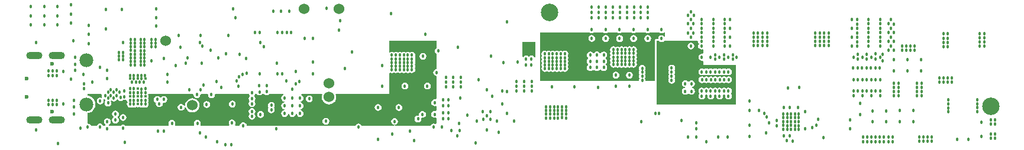
<source format=gbr>
%TF.GenerationSoftware,Altium Limited,Altium Designer,19.0.15 (446)*%
G04 Layer_Physical_Order=3*
G04 Layer_Color=16440176*
%FSLAX45Y45*%
%MOMM*%
%TF.FileFunction,Copper,L3,Inr,Signal*%
%TF.Part,Single*%
G01*
G75*
%TA.AperFunction,ComponentPad*%
%ADD91C,0.40000*%
G04:AMPARAMS|DCode=92|XSize=1mm|YSize=2.3mm|CornerRadius=0.5mm|HoleSize=0mm|Usage=FLASHONLY|Rotation=270.000|XOffset=0mm|YOffset=0mm|HoleType=Round|Shape=RoundedRectangle|*
%AMROUNDEDRECTD92*
21,1,1.00000,1.30000,0,0,270.0*
21,1,0.00000,2.30000,0,0,270.0*
1,1,1.00000,-0.65000,0.00000*
1,1,1.00000,-0.65000,0.00000*
1,1,1.00000,0.65000,0.00000*
1,1,1.00000,0.65000,0.00000*
%
%ADD92ROUNDEDRECTD92*%
%ADD93C,1.52400*%
%ADD94C,0.45720*%
%TA.AperFunction,ViaPad*%
%ADD95C,2.50000*%
%ADD96C,1.52400*%
%ADD97C,1.98000*%
%ADD98C,0.60000*%
%ADD99C,0.45720*%
G36*
X7062668Y2606014D02*
Y2501101D01*
X7053506Y2494979D01*
X7042840Y2479016D01*
X7039094Y2460186D01*
X7042840Y2441356D01*
X7053506Y2425392D01*
X7062668Y2419271D01*
X7062668Y2200352D01*
X7044885Y2196815D01*
X7028921Y2186148D01*
X7018255Y2170185D01*
X7014509Y2151355D01*
X7018255Y2132525D01*
X7028921Y2116561D01*
X7044885Y2105895D01*
X7062668Y2102357D01*
Y1775429D01*
X7049968Y1766735D01*
X7037677Y1769180D01*
X7018847Y1765434D01*
X7002883Y1754768D01*
X6992217Y1738804D01*
X6988471Y1719974D01*
X6992217Y1701144D01*
X7002883Y1685181D01*
X7018847Y1674515D01*
X7037677Y1670769D01*
X7049968Y1673214D01*
X7062668Y1664520D01*
Y1608249D01*
X7049968Y1599555D01*
X7037677Y1602000D01*
X7018847Y1598254D01*
X7002883Y1587588D01*
X6992217Y1571624D01*
X6988471Y1552794D01*
X6992217Y1533964D01*
X7002883Y1518001D01*
X7018847Y1507335D01*
X7037677Y1503589D01*
X7049968Y1506034D01*
X7062668Y1497340D01*
Y1418435D01*
X7049968Y1411647D01*
X7041905Y1417035D01*
X7023075Y1420780D01*
X7004245Y1417035D01*
X6988281Y1406368D01*
X6977615Y1390405D01*
X6977406Y1389354D01*
X6469978D01*
X6468727Y1402054D01*
X6471328Y1402572D01*
X6482805Y1404855D01*
X6498769Y1415521D01*
X6509435Y1431485D01*
X6513181Y1450315D01*
X6509435Y1469145D01*
X6498769Y1485108D01*
X6482805Y1495775D01*
X6463975Y1499520D01*
X6445145Y1495775D01*
X6429182Y1485108D01*
X6418515Y1469145D01*
X6414770Y1450315D01*
X6418515Y1431485D01*
X6429182Y1415521D01*
X6445145Y1404855D01*
X6456623Y1402572D01*
X6459223Y1402054D01*
X6457972Y1389354D01*
X5992866D01*
X5983449Y1403449D01*
X5967485Y1414115D01*
X5948655Y1417861D01*
X5929825Y1414115D01*
X5913862Y1403449D01*
X5904444Y1389354D01*
X4774551D01*
X4767755Y1390706D01*
X4760960Y1389354D01*
X4348091Y1389355D01*
X4346860Y1390855D01*
X4343115Y1409685D01*
X4332448Y1425648D01*
X4316485Y1436315D01*
X4297655Y1440060D01*
X4278825Y1436315D01*
X4262861Y1425648D01*
X4252195Y1409685D01*
X4248449Y1390855D01*
X4247218Y1389355D01*
X4183796D01*
X4177007Y1402055D01*
X4183095Y1411165D01*
X4186840Y1429995D01*
X4183095Y1448825D01*
X4172428Y1464788D01*
X4156465Y1475455D01*
X4137635Y1479200D01*
X4118805Y1475455D01*
X4102841Y1464788D01*
X4092175Y1448825D01*
X4088429Y1429995D01*
X4092175Y1411165D01*
X4098262Y1402055D01*
X4091473Y1389355D01*
X3689350D01*
X3682562Y1402055D01*
X3685255Y1406085D01*
X3689000Y1424915D01*
X3685255Y1443745D01*
X3674588Y1459708D01*
X3658625Y1470375D01*
X3639795Y1474120D01*
X3620965Y1470375D01*
X3605001Y1459708D01*
X3594335Y1443745D01*
X3590589Y1424915D01*
X3594335Y1406085D01*
X3597027Y1402055D01*
X3590239Y1389355D01*
X3325210D01*
X3318422Y1402055D01*
X3321115Y1406085D01*
X3324860Y1424915D01*
X3321115Y1443745D01*
X3310448Y1459708D01*
X3294485Y1470375D01*
X3275655Y1474120D01*
X3256825Y1470375D01*
X3240861Y1459708D01*
X3230195Y1443745D01*
X3226449Y1424915D01*
X3230195Y1406085D01*
X3232887Y1402055D01*
X3226099Y1389355D01*
X2612114D01*
X2610328Y1392028D01*
X2594365Y1402695D01*
X2575535Y1406440D01*
X2556705Y1402695D01*
X2540741Y1392028D01*
X2538955Y1389355D01*
X2378218D01*
X2375198Y1391373D01*
X2375075Y1391689D01*
X2374992Y1404929D01*
X2375198Y1405484D01*
X2386808Y1413242D01*
X2397475Y1429205D01*
X2401220Y1448035D01*
X2397475Y1466865D01*
X2386808Y1482829D01*
X2370845Y1493495D01*
X2352015Y1497241D01*
X2333185Y1493495D01*
X2317221Y1482829D01*
X2306555Y1466865D01*
X2302809Y1448035D01*
X2306555Y1429205D01*
X2317221Y1413242D01*
X2321509Y1410377D01*
X2322866Y1394632D01*
X2317503Y1389355D01*
X2293281D01*
X2292635Y1392605D01*
X2281968Y1408568D01*
X2266005Y1419235D01*
X2247175Y1422980D01*
X2228345Y1419235D01*
X2212381Y1408568D01*
X2201715Y1392605D01*
X2201068Y1389355D01*
X2117079D01*
X2107408Y1403828D01*
X2091445Y1414495D01*
X2072615Y1418240D01*
X2068721Y1421436D01*
Y1571311D01*
X2087449Y1573776D01*
X2117711Y1586311D01*
X2143698Y1606251D01*
X2163638Y1632238D01*
X2176173Y1662500D01*
X2180448Y1694975D01*
X2176173Y1727449D01*
X2163638Y1757711D01*
X2143698Y1783698D01*
X2117711Y1803638D01*
X2087449Y1816173D01*
X2068721Y1818638D01*
Y1842475D01*
X2261827D01*
X2272244Y1829774D01*
X2270529Y1821155D01*
X2274275Y1802325D01*
X2276021Y1799712D01*
X2270824Y1792184D01*
X2267566Y1789505D01*
X2249975Y1793004D01*
X2231145Y1789259D01*
X2215181Y1778592D01*
X2204515Y1762629D01*
X2200769Y1743799D01*
X2204515Y1724969D01*
X2215181Y1709005D01*
X2231145Y1698339D01*
X2249975Y1694594D01*
X2268805Y1698339D01*
X2284768Y1709005D01*
X2295435Y1724969D01*
X2299180Y1743799D01*
X2295435Y1762629D01*
X2293689Y1765242D01*
X2298885Y1772769D01*
X2302143Y1775448D01*
X2315676Y1772756D01*
X2316363Y1769305D01*
X2327029Y1753341D01*
Y1750440D01*
X2316363Y1734477D01*
X2312617Y1715647D01*
X2316363Y1696817D01*
X2327029Y1680854D01*
X2342993Y1670187D01*
X2361823Y1666442D01*
X2380653Y1670187D01*
X2396616Y1680854D01*
X2407283Y1696817D01*
X2411028Y1715647D01*
X2407283Y1734477D01*
X2399940Y1745466D01*
X2409274Y1753341D01*
X2425237Y1742675D01*
X2444067Y1738929D01*
X2462897Y1742675D01*
X2478860Y1753341D01*
X2485962Y1763970D01*
X2500517Y1764895D01*
X2500655Y1764840D01*
X2505392Y1757751D01*
X2521355Y1747084D01*
X2540185Y1743339D01*
X2559015Y1747084D01*
X2574979Y1757751D01*
X2577277Y1761190D01*
X2579125Y1759955D01*
X2597955Y1756209D01*
X2616785Y1759955D01*
X2619829Y1761989D01*
X2631259Y1754351D01*
X2631249Y1754305D01*
X2634995Y1735475D01*
X2640658Y1727000D01*
X2634995Y1718525D01*
X2631249Y1699695D01*
X2634995Y1680865D01*
X2645661Y1664901D01*
X2661625Y1654235D01*
X2680455Y1650489D01*
X2699285Y1654235D01*
X2706390Y1658983D01*
X2714185Y1653775D01*
X2733015Y1650029D01*
X2751845Y1653775D01*
X2762070Y1660608D01*
X2770240Y1655149D01*
X2787955Y1651625D01*
X2805669Y1655149D01*
X2812775Y1659897D01*
X2823405Y1652795D01*
X2842235Y1649049D01*
X2861065Y1652795D01*
X2869922Y1658713D01*
X2876624Y1654235D01*
X2895454Y1650489D01*
X2914284Y1654235D01*
X2930248Y1664901D01*
X2940914Y1680865D01*
X2944660Y1699695D01*
X2940914Y1718525D01*
X2935251Y1727000D01*
X2940914Y1735475D01*
X2944660Y1754305D01*
X2940914Y1773135D01*
X2933532Y1784183D01*
X2938220Y1791200D01*
X2941744Y1808915D01*
X2938220Y1826629D01*
X2934851Y1831672D01*
X2941438Y1842475D01*
X3578681D01*
X3585509Y1834154D01*
X3589255Y1815324D01*
X3599921Y1799361D01*
X3615885Y1788694D01*
X3634715Y1784949D01*
X3653545Y1788694D01*
X3669508Y1799361D01*
X3680175Y1815324D01*
X3683920Y1834154D01*
X3690749Y1842475D01*
X3786485D01*
X3793313Y1834154D01*
X3797059Y1815324D01*
X3807725Y1799361D01*
X3823689Y1788694D01*
X3842519Y1784949D01*
X3861349Y1788694D01*
X3877312Y1799361D01*
X3887979Y1815324D01*
X3891724Y1834154D01*
X3898553Y1842475D01*
X4376607D01*
X4377015Y1840425D01*
X4387089Y1825347D01*
X4388648Y1821545D01*
Y1813072D01*
X4386951Y1809675D01*
X4376655Y1794265D01*
X4372909Y1775435D01*
X4376655Y1756605D01*
X4381149Y1749878D01*
X4387018Y1740076D01*
X4381287Y1729399D01*
X4377015Y1723005D01*
X4373269Y1704175D01*
X4377015Y1685345D01*
X4387681Y1669381D01*
X4403645Y1658715D01*
X4413639Y1656727D01*
X4419057Y1655649D01*
Y1642701D01*
X4413639Y1641623D01*
X4403645Y1639635D01*
X4387681Y1628968D01*
X4377015Y1613005D01*
X4373269Y1594175D01*
X4377015Y1575345D01*
X4387319Y1559923D01*
X4376655Y1543963D01*
X4372909Y1525133D01*
X4376655Y1506303D01*
X4387321Y1490339D01*
X4403285Y1479673D01*
X4422115Y1475927D01*
X4440945Y1479673D01*
X4456908Y1490339D01*
X4467575Y1506303D01*
X4471320Y1525133D01*
X4467575Y1543963D01*
X4457270Y1559384D01*
X4467935Y1575345D01*
X4471680Y1594175D01*
X4467935Y1613005D01*
X4457268Y1628968D01*
X4441305Y1639635D01*
X4431311Y1641622D01*
X4425893Y1642701D01*
Y1655649D01*
X4431311Y1656727D01*
X4441305Y1658715D01*
X4457268Y1669381D01*
X4467935Y1685345D01*
X4471680Y1704175D01*
X4467935Y1723005D01*
X4463440Y1729731D01*
X4457572Y1739533D01*
X4463302Y1750211D01*
X4467575Y1756605D01*
X4471320Y1775435D01*
X4467575Y1794265D01*
X4457500Y1809342D01*
X4455941Y1813144D01*
Y1821617D01*
X4457638Y1825015D01*
X4467935Y1840425D01*
X4468342Y1842475D01*
X4493664D01*
X4495402Y1839874D01*
X4511366Y1829207D01*
X4530196Y1825462D01*
X4549026Y1829207D01*
X4564989Y1839874D01*
X4566727Y1842475D01*
X4596060D01*
X4597566Y1840221D01*
X4613529Y1829554D01*
X4632359Y1825809D01*
X4651189Y1829554D01*
X4667152Y1840221D01*
X4668658Y1842475D01*
X4871660D01*
X4872910Y1829775D01*
X4872105Y1829614D01*
X4856141Y1818948D01*
X4845475Y1802984D01*
X4841729Y1784154D01*
X4845475Y1765324D01*
X4856141Y1749361D01*
X4872105Y1738695D01*
X4887517Y1735629D01*
Y1722680D01*
X4872105Y1719614D01*
X4856141Y1708948D01*
X4845475Y1692984D01*
X4841729Y1674154D01*
X4845475Y1655324D01*
X4856141Y1639361D01*
X4872105Y1628694D01*
X4887517Y1625629D01*
Y1612680D01*
X4872105Y1609614D01*
X4856141Y1598948D01*
X4845475Y1582984D01*
X4841729Y1564154D01*
X4845475Y1545324D01*
X4856141Y1529361D01*
X4872105Y1518694D01*
X4890935Y1514949D01*
X4909765Y1518694D01*
X4925728Y1529361D01*
X4936395Y1545324D01*
X4939461Y1560737D01*
X4952409D01*
X4955475Y1545324D01*
X4966141Y1529361D01*
X4982105Y1518694D01*
X5000935Y1514949D01*
X5019765Y1518694D01*
X5035728Y1529361D01*
X5046395Y1545324D01*
X5049461Y1560737D01*
X5062409D01*
X5065475Y1545324D01*
X5076141Y1529361D01*
X5092105Y1518694D01*
X5110935Y1514949D01*
X5129765Y1518694D01*
X5145728Y1529361D01*
X5156395Y1545324D01*
X5160140Y1564154D01*
X5156395Y1582984D01*
X5145728Y1598948D01*
X5129765Y1609614D01*
X5114352Y1612680D01*
Y1625629D01*
X5129765Y1628694D01*
X5145728Y1639361D01*
X5156395Y1655324D01*
X5160140Y1674154D01*
X5156395Y1692984D01*
X5145728Y1708948D01*
X5129765Y1719614D01*
X5114352Y1722680D01*
Y1735629D01*
X5129765Y1738695D01*
X5145728Y1749361D01*
X5156395Y1765324D01*
X5160140Y1784154D01*
X5156395Y1802984D01*
X5145728Y1818948D01*
X5129765Y1829614D01*
X5128959Y1829775D01*
X5130210Y1842475D01*
X5421119D01*
X5428175Y1831915D01*
X5425490Y1825431D01*
X5421998Y1798909D01*
X5425490Y1772386D01*
X5435727Y1747670D01*
X5452012Y1726446D01*
X5473236Y1710161D01*
X5497952Y1699923D01*
X5524475Y1696432D01*
X5550998Y1699923D01*
X5575713Y1710161D01*
X5596937Y1726446D01*
X5613222Y1747670D01*
X5623460Y1772386D01*
X5626951Y1798909D01*
X5623460Y1825431D01*
X5620774Y1831915D01*
X5627830Y1842475D01*
X6385535D01*
Y2145089D01*
X6398235Y2151877D01*
X6404984Y2147367D01*
X6423814Y2143621D01*
X6442644Y2147367D01*
X6452692Y2154080D01*
X6463225Y2147042D01*
X6482055Y2143297D01*
X6500885Y2147042D01*
X6510327Y2153352D01*
X6519284Y2147367D01*
X6538114Y2143621D01*
X6556944Y2147367D01*
X6566992Y2154080D01*
X6577525Y2147042D01*
X6596355Y2143297D01*
X6615185Y2147042D01*
X6624870Y2153514D01*
X6633584Y2147691D01*
X6652414Y2143946D01*
X6671244Y2147691D01*
X6681292Y2154405D01*
X6691825Y2147367D01*
X6710655Y2143621D01*
X6729485Y2147367D01*
X6745448Y2158033D01*
X6756115Y2173997D01*
X6759860Y2192827D01*
X6756115Y2211657D01*
X6751395Y2218719D01*
X6756115Y2225782D01*
X6759860Y2244612D01*
X6756115Y2263442D01*
X6751395Y2270505D01*
X6756115Y2277568D01*
X6759860Y2296398D01*
X6756115Y2315228D01*
X6751395Y2322291D01*
X6756115Y2329353D01*
X6759860Y2348183D01*
X6756115Y2367013D01*
X6751395Y2374076D01*
X6756115Y2381139D01*
X6759860Y2399969D01*
X6756115Y2418799D01*
X6745448Y2434762D01*
X6729485Y2445429D01*
X6710655Y2449174D01*
X6691825Y2445429D01*
X6681777Y2438715D01*
X6671244Y2445753D01*
X6652414Y2449499D01*
X6633584Y2445753D01*
X6623899Y2439281D01*
X6615185Y2445104D01*
X6596355Y2448850D01*
X6577525Y2445104D01*
X6567477Y2438391D01*
X6556944Y2445429D01*
X6538114Y2449174D01*
X6519284Y2445429D01*
X6509842Y2439119D01*
X6500885Y2445104D01*
X6482055Y2448850D01*
X6463225Y2445104D01*
X6453177Y2438391D01*
X6442644Y2445429D01*
X6423814Y2449174D01*
X6404984Y2445429D01*
X6398235Y2440918D01*
X6385534Y2447707D01*
Y2606015D01*
X7062668Y2606014D01*
D02*
G37*
G36*
X8477501Y2373592D02*
X8464801Y2369739D01*
X8457408Y2380803D01*
X8441445Y2391470D01*
X8422615Y2395215D01*
X8403785Y2391470D01*
X8387821Y2380803D01*
X8381208D01*
X8365245Y2391470D01*
X8346415Y2395215D01*
X8327585Y2391470D01*
X8311621Y2380803D01*
X8305775Y2372054D01*
X8293075Y2375906D01*
Y2591393D01*
X8477501D01*
Y2373592D01*
D02*
G37*
G36*
X10334988Y2672090D02*
X10322288Y2668237D01*
X10319782Y2671989D01*
X10303818Y2682655D01*
X10284988Y2686401D01*
X10266158Y2682655D01*
X10250195Y2671989D01*
X10239528Y2656025D01*
X10235783Y2637195D01*
X10234697Y2635872D01*
X10214974D01*
X10205064Y2633901D01*
X10196662Y2628287D01*
X10191048Y2619885D01*
X10189077Y2609975D01*
Y2429975D01*
Y2209974D01*
Y2032475D01*
X10062738D01*
X10056780Y2039735D01*
X10053035Y2058565D01*
X10046397Y2068498D01*
X10053035Y2078431D01*
X10056780Y2097261D01*
X10053035Y2116091D01*
X10046397Y2126025D01*
X10053035Y2135958D01*
X10056780Y2154788D01*
X10053035Y2173618D01*
X10046397Y2183551D01*
X10053035Y2193485D01*
X10056780Y2212315D01*
X10053035Y2231145D01*
X10042368Y2247108D01*
X10026405Y2257775D01*
X10007575Y2261520D01*
X9988745Y2257775D01*
X9972781Y2247108D01*
X9962115Y2231145D01*
X9958369Y2212315D01*
X9962115Y2193485D01*
X9968752Y2183551D01*
X9962115Y2173618D01*
X9958369Y2154788D01*
X9962115Y2135958D01*
X9968752Y2126025D01*
X9962115Y2116091D01*
X9958369Y2097261D01*
X9962115Y2078431D01*
X9968752Y2068498D01*
X9962115Y2058565D01*
X9958369Y2039735D01*
X9952411Y2032475D01*
X8547075D01*
Y2726215D01*
X9256404D01*
X9264845Y2720575D01*
X9283675Y2716829D01*
X9302505Y2720575D01*
X9310946Y2726215D01*
X9454524D01*
X9462965Y2720575D01*
X9481795Y2716829D01*
X9500625Y2720575D01*
X9509066Y2726215D01*
X9655184D01*
X9663625Y2720575D01*
X9682455Y2716829D01*
X9701285Y2720575D01*
X9709726Y2726215D01*
X9858384D01*
X9866825Y2720575D01*
X9885655Y2716829D01*
X9904485Y2720575D01*
X9912926Y2726215D01*
X10059044D01*
X10067485Y2720575D01*
X10086315Y2716829D01*
X10105145Y2720575D01*
X10113586Y2726215D01*
X10257164D01*
X10265605Y2720575D01*
X10284435Y2716829D01*
X10303265Y2720575D01*
X10311706Y2726215D01*
X10334988D01*
Y2672090D01*
D02*
G37*
G36*
X10703943Y2609974D02*
X10704975Y2609769D01*
X10706007Y2609974D01*
X10799708Y2609974D01*
X10807765Y2600157D01*
X10806910Y2595855D01*
X10810655Y2577025D01*
X10819415Y2563915D01*
X10810655Y2550805D01*
X10806910Y2531975D01*
X10810655Y2513145D01*
X10821322Y2497181D01*
X10837285Y2486515D01*
X10856115Y2482769D01*
X10868634Y2485259D01*
X10881334Y2476672D01*
Y2428179D01*
X10868634Y2417756D01*
X10861475Y2419180D01*
X10842645Y2415435D01*
X10826681Y2404768D01*
X10816015Y2388805D01*
X10812269Y2369975D01*
X10816015Y2351145D01*
X10826681Y2335181D01*
X10842645Y2324515D01*
X10861475Y2320769D01*
X10868634Y2322193D01*
X10881334Y2311771D01*
Y2257474D01*
X11352475Y2257475D01*
Y1692627D01*
X10214974D01*
Y1924975D01*
Y2209974D01*
Y2429975D01*
Y2609975D01*
X10245135D01*
X10250195Y2602402D01*
X10266158Y2591735D01*
X10284988Y2587990D01*
X10303818Y2591735D01*
X10319782Y2602402D01*
X10324842Y2609975D01*
X10482475D01*
X10703943Y2609974D01*
D02*
G37*
%LPC*%
G36*
X6870236Y2431960D02*
X6851406Y2428215D01*
X6835442Y2417548D01*
X6824776Y2401585D01*
X6821030Y2382755D01*
X6824776Y2363925D01*
X6835442Y2347961D01*
X6851406Y2337295D01*
X6870236Y2333549D01*
X6889066Y2337295D01*
X6905029Y2347961D01*
X6915696Y2363925D01*
X6919441Y2382755D01*
X6915696Y2401585D01*
X6905029Y2417548D01*
X6889066Y2428215D01*
X6870236Y2431960D01*
D02*
G37*
G36*
X6932475Y2007597D02*
X6913645Y2003852D01*
X6897682Y1993185D01*
X6887015Y1977222D01*
X6883270Y1958392D01*
X6887015Y1939562D01*
X6897682Y1923599D01*
X6913645Y1912932D01*
X6932475Y1909187D01*
X6951305Y1912932D01*
X6967269Y1923599D01*
X6977935Y1939562D01*
X6981680Y1958392D01*
X6977935Y1977222D01*
X6967269Y1993185D01*
X6951305Y2003852D01*
X6932475Y2007597D01*
D02*
G37*
G36*
X6609975D02*
X6591145Y2003852D01*
X6575182Y1993185D01*
X6564515Y1977222D01*
X6560770Y1958392D01*
X6564515Y1939562D01*
X6575182Y1923599D01*
X6591145Y1912932D01*
X6609975Y1909187D01*
X6628805Y1912932D01*
X6644769Y1923599D01*
X6655435Y1939562D01*
X6659180Y1958392D01*
X6655435Y1977222D01*
X6644769Y1993185D01*
X6628805Y2003852D01*
X6609975Y2007597D01*
D02*
G37*
G36*
X3159075Y1814480D02*
X3140245Y1810735D01*
X3124281Y1800068D01*
X3119843Y1793425D01*
X3104568D01*
X3100129Y1800068D01*
X3084166Y1810735D01*
X3065336Y1814480D01*
X3046506Y1810735D01*
X3030543Y1800068D01*
X3019876Y1784105D01*
X3016131Y1765275D01*
X3019876Y1746445D01*
X3030543Y1730481D01*
X3046506Y1719815D01*
X3049539Y1719211D01*
X3046488Y1703873D01*
X3050233Y1685043D01*
X3060900Y1669080D01*
X3076863Y1658413D01*
X3095693Y1654668D01*
X3114523Y1658413D01*
X3130487Y1669080D01*
X3141153Y1685043D01*
X3144899Y1703873D01*
X3144019Y1708297D01*
X3152999Y1717278D01*
X3159075Y1716069D01*
X3177905Y1719815D01*
X3193868Y1730481D01*
X3204535Y1746445D01*
X3208280Y1765275D01*
X3204535Y1784105D01*
X3193868Y1800068D01*
X3177905Y1810735D01*
X3159075Y1814480D01*
D02*
G37*
G36*
X5240935Y1823360D02*
X5222105Y1819614D01*
X5206141Y1808948D01*
X5195475Y1792984D01*
X5191730Y1774154D01*
X5195475Y1755324D01*
X5206141Y1739361D01*
X5222105Y1728695D01*
X5240935Y1724949D01*
X5259765Y1728695D01*
X5275728Y1739361D01*
X5286395Y1755324D01*
X5290140Y1774154D01*
X5286395Y1792984D01*
X5275728Y1808948D01*
X5259765Y1819614D01*
X5240935Y1823360D01*
D02*
G37*
G36*
X3568675Y1783931D02*
X3542152Y1780440D01*
X3517436Y1770202D01*
X3496212Y1753917D01*
X3479927Y1732693D01*
X3469690Y1707978D01*
X3466198Y1681455D01*
X3468050Y1667382D01*
X3455514Y1665312D01*
X3455452Y1665620D01*
X3454115Y1672345D01*
X3443448Y1688308D01*
X3427485Y1698975D01*
X3408655Y1702720D01*
X3389825Y1698975D01*
X3373861Y1688308D01*
X3363195Y1672345D01*
X3359449Y1653515D01*
X3363195Y1634685D01*
X3373861Y1618721D01*
X3389825Y1608055D01*
X3408655Y1604309D01*
X3427485Y1608055D01*
X3443448Y1618721D01*
X3454115Y1634685D01*
X3457860Y1653514D01*
X3469690Y1654931D01*
X3479927Y1630216D01*
X3496212Y1608992D01*
X3517436Y1592707D01*
X3542152Y1582470D01*
X3568675Y1578978D01*
X3595198Y1582470D01*
X3619913Y1592707D01*
X3641137Y1608992D01*
X3657422Y1630216D01*
X3667660Y1654932D01*
X3671151Y1681455D01*
X3667660Y1707978D01*
X3657422Y1732693D01*
X3641137Y1753917D01*
X3619913Y1770202D01*
X3595198Y1780440D01*
X3568675Y1783931D01*
D02*
G37*
G36*
X4140175Y1748440D02*
X4121345Y1744695D01*
X4105381Y1734028D01*
X4094715Y1718065D01*
X4090969Y1699235D01*
X4094715Y1680405D01*
X4105381Y1664441D01*
X4121345Y1653775D01*
X4140175Y1650029D01*
X4159005Y1653775D01*
X4174968Y1664441D01*
X4185635Y1680405D01*
X4189380Y1699235D01*
X4185635Y1718065D01*
X4174968Y1734028D01*
X4159005Y1744695D01*
X4140175Y1748440D01*
D02*
G37*
G36*
X3774415Y1740820D02*
X3755585Y1737075D01*
X3739621Y1726408D01*
X3728955Y1710445D01*
X3725209Y1691615D01*
X3728955Y1672785D01*
X3739621Y1656821D01*
X3755585Y1646155D01*
X3774415Y1642409D01*
X3793245Y1646155D01*
X3809208Y1656821D01*
X3819875Y1672785D01*
X3823620Y1691615D01*
X3819875Y1710445D01*
X3809208Y1726408D01*
X3793245Y1737075D01*
X3774415Y1740820D01*
D02*
G37*
G36*
X6228055Y1699180D02*
X6209225Y1695435D01*
X6193261Y1684768D01*
X6182595Y1668805D01*
X6178849Y1649975D01*
X6182595Y1631145D01*
X6193261Y1615181D01*
X6209225Y1604515D01*
X6228055Y1600769D01*
X6246885Y1604515D01*
X6262848Y1615181D01*
X6273515Y1631145D01*
X6277260Y1649975D01*
X6273515Y1668805D01*
X6262848Y1684768D01*
X6246885Y1695435D01*
X6228055Y1699180D01*
D02*
G37*
G36*
X6525235Y1698960D02*
X6506405Y1695215D01*
X6490441Y1684548D01*
X6479775Y1668585D01*
X6476029Y1649755D01*
X6479775Y1630925D01*
X6490441Y1614961D01*
X6506405Y1604295D01*
X6525235Y1600549D01*
X6544065Y1604295D01*
X6560028Y1614961D01*
X6570695Y1630925D01*
X6574440Y1649755D01*
X6570695Y1668585D01*
X6560028Y1684548D01*
X6544065Y1695215D01*
X6525235Y1698960D01*
D02*
G37*
G36*
X4698975Y1730660D02*
X4680145Y1726915D01*
X4664181Y1716248D01*
X4653515Y1700285D01*
X4649769Y1681455D01*
X4653515Y1662625D01*
X4662148Y1649705D01*
X4653515Y1636785D01*
X4649769Y1617955D01*
X4653515Y1599125D01*
X4664181Y1583161D01*
X4680145Y1572495D01*
X4698975Y1568749D01*
X4717805Y1572495D01*
X4733768Y1583161D01*
X4744435Y1599125D01*
X4748180Y1617955D01*
X4744435Y1636785D01*
X4735802Y1649705D01*
X4744435Y1662625D01*
X4748180Y1681455D01*
X4744435Y1700285D01*
X4733768Y1716248D01*
X4717805Y1726915D01*
X4698975Y1730660D01*
D02*
G37*
G36*
X6863055Y1601120D02*
X6844225Y1597375D01*
X6828261Y1586708D01*
X6817595Y1570745D01*
X6813849Y1551915D01*
X6815379Y1544225D01*
X6804578Y1533425D01*
X6798218Y1534690D01*
X6779388Y1530944D01*
X6763425Y1520278D01*
X6752758Y1504314D01*
X6749013Y1485484D01*
X6752758Y1466654D01*
X6763425Y1450691D01*
X6779388Y1440025D01*
X6798218Y1436279D01*
X6817048Y1440025D01*
X6833011Y1450691D01*
X6843678Y1466654D01*
X6847423Y1485484D01*
X6845894Y1493174D01*
X6856694Y1503974D01*
X6863055Y1502709D01*
X6881885Y1506455D01*
X6897848Y1517121D01*
X6908515Y1533085D01*
X6912260Y1551915D01*
X6908515Y1570745D01*
X6897848Y1586708D01*
X6881885Y1597375D01*
X6863055Y1601120D01*
D02*
G37*
G36*
X4544359Y1600519D02*
X4525529Y1596773D01*
X4509566Y1586107D01*
X4498899Y1570143D01*
X4495154Y1551313D01*
X4498899Y1532483D01*
X4509566Y1516520D01*
X4525529Y1505853D01*
X4544359Y1502108D01*
X4563189Y1505853D01*
X4579152Y1516520D01*
X4589819Y1532483D01*
X4593564Y1551313D01*
X4589819Y1570143D01*
X4579152Y1586107D01*
X4563189Y1596773D01*
X4544359Y1600519D01*
D02*
G37*
G36*
X2577535Y1554741D02*
X2558705Y1550995D01*
X2542741Y1540329D01*
X2532075Y1524365D01*
X2528329Y1505535D01*
X2532075Y1486705D01*
X2542741Y1470742D01*
X2558705Y1460075D01*
X2577535Y1456330D01*
X2596365Y1460075D01*
X2612328Y1470742D01*
X2622995Y1486705D01*
X2626740Y1505535D01*
X2622995Y1524365D01*
X2612328Y1540329D01*
X2596365Y1550995D01*
X2577535Y1554741D01*
D02*
G37*
G36*
X2468855Y1607020D02*
X2450025Y1603274D01*
X2434061Y1592608D01*
X2423395Y1576645D01*
X2419649Y1557815D01*
X2423395Y1538984D01*
X2434061Y1523021D01*
X2438336Y1520165D01*
Y1507464D01*
X2434061Y1504608D01*
X2423395Y1488644D01*
X2419649Y1469814D01*
X2423395Y1450984D01*
X2434061Y1435021D01*
X2450025Y1424355D01*
X2468855Y1420609D01*
X2487685Y1424355D01*
X2503648Y1435021D01*
X2514315Y1450984D01*
X2518060Y1469814D01*
X2514315Y1488644D01*
X2503648Y1504608D01*
X2499373Y1507464D01*
Y1520165D01*
X2503648Y1523021D01*
X2514315Y1538984D01*
X2518060Y1557815D01*
X2514315Y1576645D01*
X2503648Y1592608D01*
X2487685Y1603274D01*
X2468855Y1607020D01*
D02*
G37*
G36*
X5478755Y1501620D02*
X5459925Y1497874D01*
X5443961Y1487208D01*
X5433295Y1471244D01*
X5429549Y1452414D01*
X5433295Y1433584D01*
X5443961Y1417621D01*
X5459925Y1406955D01*
X5478755Y1403209D01*
X5497585Y1406955D01*
X5513548Y1417621D01*
X5524215Y1433584D01*
X5527960Y1452414D01*
X5524215Y1471244D01*
X5513548Y1487208D01*
X5497585Y1497874D01*
X5478755Y1501620D01*
D02*
G37*
G36*
X9285505Y2690427D02*
X9266675Y2686681D01*
X9250712Y2676015D01*
X9240045Y2660051D01*
X9236300Y2641221D01*
X9240045Y2622391D01*
X9250712Y2606428D01*
X9266675Y2595761D01*
X9285505Y2592016D01*
X9304335Y2595761D01*
X9320299Y2606428D01*
X9330965Y2622391D01*
X9334711Y2641221D01*
X9330965Y2660051D01*
X9320299Y2676015D01*
X9304335Y2686681D01*
X9285505Y2690427D01*
D02*
G37*
G36*
X10086760Y2687544D02*
X10067930Y2683798D01*
X10051967Y2673132D01*
X10041300Y2657168D01*
X10037555Y2638338D01*
X10041300Y2619508D01*
X10051967Y2603545D01*
X10067930Y2592878D01*
X10086760Y2589133D01*
X10105590Y2592878D01*
X10121554Y2603545D01*
X10132220Y2619508D01*
X10135966Y2638338D01*
X10132220Y2657168D01*
X10121554Y2673132D01*
X10105590Y2683798D01*
X10086760Y2687544D01*
D02*
G37*
G36*
X9885689D02*
X9866859Y2683798D01*
X9850895Y2673132D01*
X9840229Y2657168D01*
X9836484Y2638338D01*
X9840229Y2619508D01*
X9850895Y2603545D01*
X9866859Y2592878D01*
X9885689Y2589133D01*
X9904519Y2592878D01*
X9920482Y2603545D01*
X9931149Y2619508D01*
X9934894Y2638338D01*
X9931149Y2657168D01*
X9920482Y2673132D01*
X9904519Y2683798D01*
X9885689Y2687544D01*
D02*
G37*
G36*
X9684618D02*
X9665788Y2683798D01*
X9649824Y2673132D01*
X9639158Y2657168D01*
X9635412Y2638338D01*
X9639158Y2619508D01*
X9649824Y2603545D01*
X9665788Y2592878D01*
X9684618Y2589133D01*
X9703448Y2592878D01*
X9719411Y2603545D01*
X9730078Y2619508D01*
X9733823Y2638338D01*
X9730078Y2657168D01*
X9719411Y2673132D01*
X9703448Y2683798D01*
X9684618Y2687544D01*
D02*
G37*
G36*
X9483546D02*
X9464716Y2683798D01*
X9448753Y2673132D01*
X9438087Y2657168D01*
X9434341Y2638338D01*
X9438087Y2619508D01*
X9448753Y2603545D01*
X9464716Y2592878D01*
X9483546Y2589133D01*
X9502376Y2592878D01*
X9518340Y2603545D01*
X9529006Y2619508D01*
X9532752Y2638338D01*
X9529006Y2657168D01*
X9518340Y2673132D01*
X9502376Y2683798D01*
X9483546Y2687544D01*
D02*
G37*
G36*
X9825382Y2527003D02*
X9806552Y2523257D01*
X9796867Y2516785D01*
X9788153Y2522608D01*
X9769323Y2526353D01*
X9750493Y2522608D01*
X9740445Y2515895D01*
X9729912Y2522932D01*
X9711082Y2526678D01*
X9692252Y2522932D01*
X9682810Y2516623D01*
X9673853Y2522608D01*
X9655023Y2526353D01*
X9636193Y2522608D01*
X9626145Y2515895D01*
X9615612Y2522932D01*
X9596782Y2526678D01*
X9577952Y2522932D01*
X9561989Y2512266D01*
X9551323Y2496303D01*
X9547577Y2477473D01*
X9551323Y2458643D01*
X9556042Y2451580D01*
X9551323Y2444517D01*
X9547577Y2425687D01*
X9551323Y2406857D01*
X9556042Y2399794D01*
X9551323Y2392732D01*
X9547577Y2373902D01*
X9551323Y2355071D01*
X9556042Y2348009D01*
X9551323Y2340946D01*
X9547577Y2322116D01*
X9551323Y2303286D01*
X9556042Y2296223D01*
X9551323Y2289161D01*
X9547577Y2270330D01*
X9551323Y2251500D01*
X9561989Y2235537D01*
X9577952Y2224871D01*
X9596782Y2221125D01*
X9615612Y2224871D01*
X9625660Y2231584D01*
X9636193Y2224546D01*
X9655023Y2220800D01*
X9673853Y2224546D01*
X9683295Y2230856D01*
X9692252Y2224871D01*
X9711082Y2221125D01*
X9729912Y2224871D01*
X9739960Y2231584D01*
X9750493Y2224546D01*
X9769323Y2220800D01*
X9788153Y2224546D01*
X9797838Y2231018D01*
X9806552Y2225195D01*
X9825382Y2221450D01*
X9844212Y2225195D01*
X9854260Y2231908D01*
X9864793Y2224871D01*
X9883623Y2221125D01*
X9902453Y2224871D01*
X9918416Y2235537D01*
X9929083Y2251500D01*
X9932828Y2270330D01*
X9929083Y2289161D01*
X9924363Y2296223D01*
X9929083Y2303286D01*
X9932828Y2322116D01*
X9929083Y2340946D01*
X9924363Y2348009D01*
X9929083Y2355071D01*
X9932828Y2373902D01*
X9929083Y2392732D01*
X9924363Y2399794D01*
X9929083Y2406857D01*
X9932828Y2425687D01*
X9929083Y2444517D01*
X9924363Y2451580D01*
X9929083Y2458643D01*
X9932828Y2477473D01*
X9929083Y2496303D01*
X9918416Y2512266D01*
X9902453Y2522932D01*
X9883623Y2526678D01*
X9864793Y2522932D01*
X9854745Y2516219D01*
X9844212Y2523257D01*
X9825382Y2527003D01*
D02*
G37*
G36*
X8841894Y2466646D02*
X8823064Y2462901D01*
X8813379Y2456429D01*
X8804665Y2462252D01*
X8785835Y2465997D01*
X8767005Y2462252D01*
X8756957Y2455538D01*
X8746424Y2462576D01*
X8727594Y2466322D01*
X8708764Y2462576D01*
X8699322Y2456267D01*
X8690365Y2462252D01*
X8671535Y2465997D01*
X8652705Y2462252D01*
X8642657Y2455538D01*
X8632124Y2462576D01*
X8613294Y2466322D01*
X8594464Y2462576D01*
X8578501Y2451910D01*
X8567835Y2435946D01*
X8564089Y2417116D01*
X8567835Y2398286D01*
X8572554Y2391224D01*
X8567835Y2384161D01*
X8564089Y2365331D01*
X8567835Y2346501D01*
X8572554Y2339438D01*
X8567835Y2332375D01*
X8564089Y2313545D01*
X8567835Y2294715D01*
X8572554Y2287653D01*
X8567835Y2280590D01*
X8564089Y2261760D01*
X8567835Y2242930D01*
X8572554Y2235867D01*
X8567835Y2228804D01*
X8564089Y2209974D01*
X8567835Y2191144D01*
X8578501Y2175181D01*
X8594464Y2164514D01*
X8613294Y2160769D01*
X8632124Y2164514D01*
X8642172Y2171228D01*
X8652705Y2164190D01*
X8671535Y2160444D01*
X8690365Y2164190D01*
X8699807Y2170499D01*
X8708764Y2164514D01*
X8727594Y2160769D01*
X8746424Y2164514D01*
X8756472Y2171228D01*
X8767005Y2164190D01*
X8785835Y2160444D01*
X8804665Y2164190D01*
X8814350Y2170662D01*
X8823064Y2164839D01*
X8841894Y2161093D01*
X8860724Y2164839D01*
X8870772Y2171552D01*
X8881305Y2164514D01*
X8900135Y2160769D01*
X8918965Y2164514D01*
X8934928Y2175181D01*
X8945595Y2191144D01*
X8949340Y2209974D01*
X8945595Y2228804D01*
X8940875Y2235867D01*
X8945595Y2242930D01*
X8949340Y2261760D01*
X8945595Y2280590D01*
X8940875Y2287653D01*
X8945595Y2294715D01*
X8949340Y2313545D01*
X8945595Y2332375D01*
X8940875Y2339438D01*
X8945595Y2346501D01*
X8949340Y2365331D01*
X8945595Y2384161D01*
X8940875Y2391224D01*
X8945595Y2398286D01*
X8949340Y2417116D01*
X8945595Y2435946D01*
X8934928Y2451910D01*
X8918965Y2462576D01*
X8900135Y2466322D01*
X8881305Y2462576D01*
X8871257Y2455863D01*
X8860724Y2462901D01*
X8841894Y2466646D01*
D02*
G37*
G36*
X9360115Y2454579D02*
X9341285Y2450833D01*
X9325321Y2440167D01*
X9319258Y2431093D01*
X9304044Y2431004D01*
X9298447Y2439380D01*
X9282484Y2450046D01*
X9263654Y2453792D01*
X9244824Y2450046D01*
X9228861Y2439380D01*
X9218194Y2423416D01*
X9214449Y2404586D01*
X9218194Y2385756D01*
X9228861Y2369793D01*
X9233462Y2366719D01*
Y2351444D01*
X9228561Y2348170D01*
X9217895Y2332206D01*
X9214149Y2313376D01*
X9217895Y2294546D01*
X9228561Y2278583D01*
X9233162Y2275509D01*
Y2260234D01*
X9228723Y2257268D01*
X9218057Y2241305D01*
X9214311Y2222475D01*
X9218057Y2203645D01*
X9228723Y2187681D01*
X9244687Y2177015D01*
X9263517Y2173269D01*
X9282347Y2177015D01*
X9298310Y2187681D01*
X9304135Y2196398D01*
X9319409D01*
X9325234Y2187681D01*
X9341197Y2177015D01*
X9360027Y2173269D01*
X9378857Y2177015D01*
X9394820Y2187681D01*
X9400574Y2196291D01*
X9415848D01*
X9421601Y2187681D01*
X9437565Y2177015D01*
X9456395Y2173269D01*
X9475225Y2177015D01*
X9491188Y2187681D01*
X9501855Y2203645D01*
X9505600Y2222475D01*
X9501855Y2241305D01*
X9491188Y2257268D01*
X9484742Y2261575D01*
Y2274276D01*
X9491188Y2278583D01*
X9501855Y2294546D01*
X9505600Y2313376D01*
X9501855Y2332206D01*
X9491188Y2348170D01*
X9486437Y2351344D01*
Y2366619D01*
X9491188Y2369793D01*
X9501855Y2385756D01*
X9505600Y2404586D01*
X9501855Y2423416D01*
X9491188Y2439380D01*
X9475225Y2450046D01*
X9456395Y2453792D01*
X9437565Y2450046D01*
X9421601Y2439380D01*
X9416144Y2431212D01*
X9400880Y2431229D01*
X9394908Y2440167D01*
X9378945Y2450833D01*
X9360115Y2454579D01*
D02*
G37*
G36*
X9632581Y2162739D02*
X9613751Y2158994D01*
X9597788Y2148327D01*
X9587121Y2132364D01*
X9583376Y2113534D01*
X9587121Y2094704D01*
X9597788Y2078741D01*
X9613751Y2068074D01*
X9632581Y2064329D01*
X9651411Y2068074D01*
X9667375Y2078741D01*
X9678041Y2094704D01*
X9681787Y2113534D01*
X9678041Y2132364D01*
X9667375Y2148327D01*
X9651411Y2158994D01*
X9632581Y2162739D01*
D02*
G37*
G36*
X9824695Y2161680D02*
X9805865Y2157934D01*
X9789901Y2147268D01*
X9779235Y2131305D01*
X9775489Y2112475D01*
X9779235Y2093645D01*
X9789901Y2077681D01*
X9805865Y2067015D01*
X9824695Y2063269D01*
X9843525Y2067015D01*
X9859488Y2077681D01*
X9870155Y2093645D01*
X9873900Y2112475D01*
X9870155Y2131305D01*
X9859488Y2147268D01*
X9843525Y2157934D01*
X9824695Y2161680D01*
D02*
G37*
G36*
X10704975Y2581180D02*
X10686145Y2577435D01*
X10670181Y2566768D01*
X10659515Y2550805D01*
X10655769Y2531975D01*
X10659515Y2513145D01*
X10670181Y2497181D01*
X10686145Y2486515D01*
X10704975Y2482769D01*
X10723805Y2486515D01*
X10739768Y2497181D01*
X10750435Y2513145D01*
X10754180Y2531975D01*
X10750435Y2550805D01*
X10739768Y2566768D01*
X10723805Y2577435D01*
X10704975Y2581180D01*
D02*
G37*
G36*
X11051974Y2210720D02*
X11033144Y2206975D01*
X11019899Y2198124D01*
X11006924Y2206794D01*
X10988094Y2210540D01*
X10969264Y2206794D01*
X10956534Y2198288D01*
X10943804Y2206794D01*
X10924974Y2210540D01*
X10906144Y2206794D01*
X10893034Y2198034D01*
X10879924Y2206794D01*
X10861094Y2210540D01*
X10842264Y2206794D01*
X10826300Y2196128D01*
X10815634Y2180164D01*
X10811888Y2161334D01*
X10815634Y2142504D01*
X10826300Y2126541D01*
X10842264Y2115874D01*
X10861094Y2112129D01*
X10879924Y2115874D01*
X10893034Y2124634D01*
X10906144Y2115874D01*
X10924974Y2112129D01*
X10943804Y2115874D01*
X10956534Y2124380D01*
X10969264Y2115874D01*
X10988094Y2112129D01*
X11006924Y2115874D01*
X11020169Y2124724D01*
X11033144Y2116055D01*
X11051974Y2112309D01*
X11070804Y2116055D01*
X11083399Y2124470D01*
X11096264Y2115874D01*
X11115094Y2112129D01*
X11133924Y2115874D01*
X11147034Y2124634D01*
X11160144Y2115874D01*
X11178974Y2112129D01*
X11197804Y2115874D01*
X11210534Y2124380D01*
X11223264Y2115874D01*
X11242094Y2112129D01*
X11260924Y2115874D01*
X11276887Y2126541D01*
X11287554Y2142504D01*
X11291299Y2161334D01*
X11287554Y2180164D01*
X11276887Y2196128D01*
X11260924Y2206794D01*
X11242094Y2210540D01*
X11223264Y2206794D01*
X11210534Y2198288D01*
X11197804Y2206794D01*
X11178974Y2210540D01*
X11160144Y2206794D01*
X11147034Y2198034D01*
X11133924Y2206794D01*
X11115094Y2210540D01*
X11096264Y2206794D01*
X11083669Y2198378D01*
X11070804Y2206975D01*
X11051974Y2210720D01*
D02*
G37*
G36*
X11242855Y2097860D02*
X11224025Y2094115D01*
X11210915Y2085355D01*
X11197805Y2094115D01*
X11178975Y2097860D01*
X11160145Y2094115D01*
X11147415Y2085609D01*
X11134685Y2094115D01*
X11115855Y2097860D01*
X11097025Y2094115D01*
X11083780Y2085265D01*
X11070805Y2093935D01*
X11051975Y2097680D01*
X11033145Y2093935D01*
X11020550Y2085519D01*
X11007685Y2094115D01*
X10988855Y2097860D01*
X10970025Y2094115D01*
X10956915Y2085355D01*
X10943805Y2094115D01*
X10924975Y2097860D01*
X10906145Y2094115D01*
X10893415Y2085609D01*
X10880685Y2094115D01*
X10861855Y2097860D01*
X10843025Y2094115D01*
X10827061Y2083448D01*
X10816395Y2067485D01*
X10812649Y2048655D01*
X10816395Y2029825D01*
X10827061Y2013862D01*
X10843025Y2003195D01*
X10861855Y1999450D01*
X10880685Y2003195D01*
X10893415Y2011701D01*
X10906145Y2003195D01*
X10924975Y1999450D01*
X10943805Y2003195D01*
X10956915Y2011955D01*
X10970025Y2003195D01*
X10988855Y1999450D01*
X11007685Y2003195D01*
X11020280Y2011611D01*
X11033145Y2003015D01*
X11051975Y1999269D01*
X11070805Y2003015D01*
X11084050Y2011865D01*
X11097025Y2003195D01*
X11115855Y1999450D01*
X11134685Y2003195D01*
X11147415Y2011701D01*
X11160145Y2003195D01*
X11178975Y1999450D01*
X11197805Y2003195D01*
X11210915Y2011955D01*
X11224025Y2003195D01*
X11242855Y1999450D01*
X11261685Y2003195D01*
X11277648Y2013862D01*
X11288315Y2029825D01*
X11292060Y2048655D01*
X11288315Y2067485D01*
X11277648Y2083448D01*
X11261685Y2094115D01*
X11242855Y2097860D01*
D02*
G37*
G36*
X10711395Y2041202D02*
X10692565Y2037456D01*
X10676601Y2026790D01*
X10673745Y2022515D01*
X10661045D01*
X10658188Y2026790D01*
X10642225Y2037456D01*
X10623395Y2041202D01*
X10604565Y2037456D01*
X10588601Y2026790D01*
X10577935Y2010826D01*
X10574189Y1991996D01*
X10577935Y1973166D01*
X10588601Y1957203D01*
X10604565Y1946536D01*
X10617167Y1944030D01*
X10617501Y1943963D01*
Y1931015D01*
X10617237Y1930962D01*
X10605145Y1928556D01*
X10589181Y1917890D01*
X10578515Y1901926D01*
X10574769Y1883096D01*
X10578515Y1864266D01*
X10589181Y1848303D01*
X10605145Y1837636D01*
X10623975Y1833891D01*
X10642805Y1837636D01*
X10658768Y1848303D01*
X10661625Y1852578D01*
X10674325D01*
X10677181Y1848303D01*
X10693145Y1837636D01*
X10711975Y1833891D01*
X10730805Y1837636D01*
X10746768Y1848303D01*
X10757435Y1864266D01*
X10761180Y1883096D01*
X10757435Y1901926D01*
X10746768Y1917890D01*
X10730805Y1928556D01*
X10718202Y1931063D01*
X10717868Y1931130D01*
Y1944078D01*
X10718132Y1944131D01*
X10730225Y1946536D01*
X10746188Y1957203D01*
X10756855Y1973166D01*
X10760600Y1991996D01*
X10756855Y2010826D01*
X10746188Y2026790D01*
X10730225Y2037456D01*
X10711395Y2041202D01*
D02*
G37*
G36*
X10429215Y2263920D02*
X10410385Y2260175D01*
X10394421Y2249508D01*
X10383755Y2233545D01*
X10380009Y2214715D01*
X10383755Y2195885D01*
X10390392Y2185951D01*
X10383755Y2176018D01*
X10380009Y2157188D01*
X10383755Y2138358D01*
X10390392Y2128424D01*
X10383755Y2118491D01*
X10380009Y2099661D01*
X10383755Y2080831D01*
X10390392Y2070898D01*
X10383755Y2060965D01*
X10380009Y2042135D01*
X10383755Y2023305D01*
X10394421Y2007341D01*
X10410385Y1996675D01*
X10429215Y1992929D01*
X10448045Y1996675D01*
X10464008Y2007341D01*
X10474675Y2023305D01*
X10478420Y2042135D01*
X10474675Y2060965D01*
X10468037Y2070898D01*
X10474675Y2080831D01*
X10478420Y2099661D01*
X10474675Y2118491D01*
X10468037Y2128424D01*
X10474675Y2138358D01*
X10478420Y2157188D01*
X10474675Y2176018D01*
X10468037Y2185951D01*
X10474675Y2195885D01*
X10478420Y2214715D01*
X10474675Y2233545D01*
X10464008Y2249508D01*
X10448045Y2260175D01*
X10429215Y2263920D01*
D02*
G37*
G36*
X11051975Y1934620D02*
X11033145Y1930874D01*
X11019900Y1922024D01*
X11006925Y1930694D01*
X10988095Y1934440D01*
X10969265Y1930694D01*
X10956535Y1922188D01*
X10943805Y1930694D01*
X10924975Y1934440D01*
X10906145Y1930694D01*
X10893035Y1921934D01*
X10879925Y1930694D01*
X10861095Y1934440D01*
X10842265Y1930694D01*
X10826301Y1920028D01*
X10815635Y1904064D01*
X10811889Y1885234D01*
X10815635Y1866404D01*
X10819674Y1860360D01*
X10826270Y1850389D01*
X10819819Y1839498D01*
X10816015Y1833805D01*
X10812269Y1814975D01*
X10816015Y1796144D01*
X10826681Y1780181D01*
X10842645Y1769515D01*
X10861475Y1765769D01*
X10880305Y1769515D01*
X10896268Y1780181D01*
X10906935Y1796144D01*
X10910680Y1814975D01*
X10908413Y1826374D01*
X10918678Y1837216D01*
X10919008D01*
X10924975Y1836029D01*
X10930942Y1837216D01*
X10931272D01*
X10941537Y1826374D01*
X10939269Y1814975D01*
X10943015Y1796144D01*
X10953681Y1780181D01*
X10969645Y1769515D01*
X10988475Y1765769D01*
X11007305Y1769515D01*
X11023268Y1780181D01*
X11033935Y1796144D01*
X11037680Y1814975D01*
X11035375Y1826562D01*
X11045591Y1837479D01*
X11051975Y1836209D01*
X11058358Y1837479D01*
X11068574Y1826562D01*
X11066269Y1814975D01*
X11070015Y1796144D01*
X11080681Y1780181D01*
X11096645Y1769515D01*
X11115475Y1765769D01*
X11134305Y1769515D01*
X11150268Y1780181D01*
X11160935Y1796144D01*
X11164680Y1814975D01*
X11162413Y1826374D01*
X11172678Y1837216D01*
X11173008D01*
X11178975Y1836029D01*
X11184942Y1837216D01*
X11185272D01*
X11195537Y1826374D01*
X11193269Y1814975D01*
X11197015Y1796144D01*
X11207681Y1780181D01*
X11223645Y1769515D01*
X11242475Y1765769D01*
X11261305Y1769515D01*
X11277268Y1780181D01*
X11287935Y1796144D01*
X11291680Y1814975D01*
X11287935Y1833805D01*
X11283896Y1839849D01*
X11277299Y1849820D01*
X11283751Y1860711D01*
X11287555Y1866404D01*
X11291300Y1885234D01*
X11287555Y1904064D01*
X11276888Y1920028D01*
X11260925Y1930694D01*
X11242095Y1934440D01*
X11223265Y1930694D01*
X11210535Y1922188D01*
X11197805Y1930694D01*
X11178975Y1934440D01*
X11160145Y1930694D01*
X11147035Y1921934D01*
X11133925Y1930694D01*
X11115095Y1934440D01*
X11096265Y1930694D01*
X11083670Y1922278D01*
X11070805Y1930874D01*
X11051975Y1934620D01*
D02*
G37*
%LPD*%
D91*
X2787955Y1808915D02*
D03*
X2680455D02*
D03*
X2895454D02*
D03*
X2787955Y1697915D02*
D03*
Y1919915D02*
D03*
Y2061414D02*
D03*
X2680455D02*
D03*
X2895454D02*
D03*
D92*
X1310055Y1469052D02*
D03*
X1625055D02*
D03*
X1310055Y2399052D02*
D03*
X1625055D02*
D03*
D93*
X5166335Y3068295D02*
D03*
X5669238D02*
D03*
D94*
X12244975Y1447475D02*
D03*
X12137475Y1337475D02*
D03*
Y1557475D02*
D03*
X12027475Y1447475D02*
D03*
X12247475Y1337475D02*
D03*
X12027475D02*
D03*
X12247475Y1557475D02*
D03*
X12027475D02*
D03*
D95*
X15001215Y1668755D02*
D03*
X8679155Y3017495D02*
D03*
D96*
X3568675Y1681455D02*
D03*
X3190215Y2603804D02*
D03*
X5524475Y1993875D02*
D03*
Y1798909D02*
D03*
D97*
X2054975Y2329975D02*
D03*
Y1694975D02*
D03*
D98*
X1560055Y1594052D02*
D03*
Y2274052D02*
D03*
X1195055Y2069052D02*
D03*
Y1799052D02*
D03*
D99*
X5110935Y1564154D02*
D03*
X5000935D02*
D03*
X4890935D02*
D03*
X5110935Y1674154D02*
D03*
X5000935D02*
D03*
X4890935D02*
D03*
X5110935Y1784154D02*
D03*
X5000935D02*
D03*
X4890935D02*
D03*
X12137475Y1447475D02*
D03*
X4463954Y2724210D02*
D03*
X4788955Y2726110D02*
D03*
X5295318Y2299078D02*
D03*
X4917115Y2029754D02*
D03*
X4790115Y2135532D02*
D03*
X4853954Y2136110D02*
D03*
X5050935Y1989114D02*
D03*
X5000935Y1914154D02*
D03*
X4632359Y1875014D02*
D03*
X10779975Y1347475D02*
D03*
X12984975Y1468795D02*
D03*
X10778584Y1227475D02*
D03*
X11539975Y1237779D02*
D03*
X8222475Y2302475D02*
D03*
X10660355Y2849855D02*
D03*
X10662895Y2970789D02*
D03*
X10704975Y2658975D02*
D03*
X13677875Y1881495D02*
D03*
Y1941495D02*
D03*
X13612874D02*
D03*
Y1881495D02*
D03*
X14008075D02*
D03*
Y1941495D02*
D03*
X13943074D02*
D03*
Y1881495D02*
D03*
X13167336Y1227475D02*
D03*
X13227335D02*
D03*
Y1162474D02*
D03*
X13287334D02*
D03*
X13167336D02*
D03*
X11665155Y2717434D02*
D03*
Y2597434D02*
D03*
Y2537435D02*
D03*
Y2657434D02*
D03*
X11600155D02*
D03*
Y2597434D02*
D03*
Y2717434D02*
D03*
Y2537435D02*
D03*
X12677115Y2717434D02*
D03*
Y2597434D02*
D03*
Y2537435D02*
D03*
Y2657434D02*
D03*
X12612114D02*
D03*
Y2597434D02*
D03*
Y2717434D02*
D03*
Y2537435D02*
D03*
X4544359Y1551313D02*
D03*
X4767755Y1341501D02*
D03*
X10704975Y2912975D02*
D03*
Y2785975D02*
D03*
X11051975Y2342575D02*
D03*
X11242475Y2369975D02*
D03*
X11051975Y2400293D02*
D03*
X10988475Y2369975D02*
D03*
X11115475D02*
D03*
X13094936Y2414975D02*
D03*
X13093675Y2342575D02*
D03*
X13219975Y2414975D02*
D03*
Y2342575D02*
D03*
X13347435Y2416698D02*
D03*
Y2342575D02*
D03*
X13532475Y2849974D02*
D03*
X13604895Y2847475D02*
D03*
X13532475Y2722475D02*
D03*
X13604895D02*
D03*
X13532475Y2472275D02*
D03*
Y2594974D02*
D03*
X13604895Y2472275D02*
D03*
Y2594974D02*
D03*
X7399755Y1787799D02*
D03*
X8072795Y1569035D02*
D03*
X7857475Y1809975D02*
D03*
X2247175Y1373775D02*
D03*
X4530196Y1874667D02*
D03*
X2687474Y2260299D02*
D03*
Y2312085D02*
D03*
Y2363870D02*
D03*
Y2415656D02*
D03*
Y2519227D02*
D03*
Y2571012D02*
D03*
X2319735Y1821155D02*
D03*
X2745715Y2570688D02*
D03*
Y2415331D02*
D03*
Y2363546D02*
D03*
Y2311760D02*
D03*
Y2259975D02*
D03*
X2885235Y2259650D02*
D03*
Y2311436D02*
D03*
Y2363221D02*
D03*
Y2415007D02*
D03*
X2826995Y2518902D02*
D03*
Y2415331D02*
D03*
Y2363546D02*
D03*
Y2311760D02*
D03*
Y2259975D02*
D03*
X4983954Y2726110D02*
D03*
X2745715Y2622473D02*
D03*
X2687474Y2622798D02*
D03*
X2826995Y2570688D02*
D03*
X2885235Y2570363D02*
D03*
Y2622149D02*
D03*
X2826995Y2622473D02*
D03*
X2687474Y2467441D02*
D03*
X2745715Y2518902D02*
D03*
Y2467117D02*
D03*
X2826995D02*
D03*
X2885235Y2518578D02*
D03*
Y2466792D02*
D03*
X4541495Y2583660D02*
D03*
X14008075Y1821495D02*
D03*
X13943074D02*
D03*
X13677875D02*
D03*
X13612874D02*
D03*
Y2001495D02*
D03*
X13677875D02*
D03*
X13943074D02*
D03*
X14008075D02*
D03*
X1632626Y2107195D02*
D03*
X1513815Y2174215D02*
D03*
Y2107195D02*
D03*
X1573220D02*
D03*
Y2174215D02*
D03*
X1632626D02*
D03*
X2247175Y2225015D02*
D03*
X2575535Y2440915D02*
D03*
Y2389129D02*
D03*
X2517294Y2389454D02*
D03*
Y2337668D02*
D03*
X2575535Y2337344D02*
D03*
X2517294Y2441239D02*
D03*
X6482055Y2244288D02*
D03*
Y2296073D02*
D03*
X6423814Y2244612D02*
D03*
Y2399969D02*
D03*
X6482055Y2399644D02*
D03*
Y2192502D02*
D03*
Y2347859D02*
D03*
X6423814Y2348183D02*
D03*
Y2296398D02*
D03*
Y2192827D02*
D03*
X6596355Y2244288D02*
D03*
X6538114Y2244612D02*
D03*
Y2399969D02*
D03*
X6596355Y2399644D02*
D03*
Y2192502D02*
D03*
Y2347859D02*
D03*
X6538114Y2348183D02*
D03*
Y2296398D02*
D03*
Y2192827D02*
D03*
X6710655Y2244612D02*
D03*
Y2296398D02*
D03*
X6652414Y2244937D02*
D03*
Y2400293D02*
D03*
X6710655Y2399969D02*
D03*
Y2192827D02*
D03*
Y2348183D02*
D03*
X6652414Y2348508D02*
D03*
Y2296722D02*
D03*
Y2193151D02*
D03*
X6596355Y2296073D02*
D03*
X2072615Y1369035D02*
D03*
X3047474Y3067975D02*
D03*
Y2939975D02*
D03*
Y2814975D02*
D03*
X3369975Y2686975D02*
D03*
X4153974Y3067475D02*
D03*
X4184975Y2939975D02*
D03*
X4725854Y3029706D02*
D03*
X4840154D02*
D03*
X4954454D02*
D03*
X7728372Y1590015D02*
D03*
X7837331D02*
D03*
X7729195Y1483335D02*
D03*
X7782475Y1534975D02*
D03*
X7387215Y1423154D02*
D03*
X1447775Y2964155D02*
D03*
X1640515Y3095255D02*
D03*
Y2836175D02*
D03*
X1877035Y1749414D02*
D03*
X2249975Y1743799D02*
D03*
X2138655Y2016735D02*
D03*
X2984654Y2623550D02*
D03*
X3042895Y2519655D02*
D03*
X2984654Y2519979D02*
D03*
Y2571765D02*
D03*
X3042895Y2571440D02*
D03*
Y2623226D02*
D03*
X1877035Y1661414D02*
D03*
X1254435Y2964155D02*
D03*
Y3095255D02*
D03*
Y2836175D02*
D03*
X1447775D02*
D03*
Y3095255D02*
D03*
X1640515Y2964155D02*
D03*
X3832835Y2471395D02*
D03*
X3713455Y2527275D02*
D03*
X3680435Y2581195D02*
D03*
X5853881Y2449215D02*
D03*
X5749741Y2209448D02*
D03*
X6463975Y1450315D02*
D03*
X5948655Y1368655D02*
D03*
X3275655Y1424915D02*
D03*
X4137635Y1429995D02*
D03*
X4594835Y2524735D02*
D03*
X3731235Y1971015D02*
D03*
X8018642Y2297337D02*
D03*
X6863055Y1551915D02*
D03*
X9883623Y2425687D02*
D03*
Y2270330D02*
D03*
Y2477473D02*
D03*
Y2373902D02*
D03*
Y2322116D02*
D03*
X9596782Y2270330D02*
D03*
Y2373902D02*
D03*
Y2425687D02*
D03*
Y2477473D02*
D03*
Y2322116D02*
D03*
X12984953Y1346434D02*
D03*
X12339975Y1587475D02*
D03*
X7782475Y1905131D02*
D03*
X3677895Y1285215D02*
D03*
X8422615Y2259650D02*
D03*
X8346415D02*
D03*
X8422615Y2346010D02*
D03*
X8346415D02*
D03*
X7160235Y1762735D02*
D03*
X7236435D02*
D03*
X7160235Y1676375D02*
D03*
X7236435D02*
D03*
X7160235Y1574775D02*
D03*
X7236435D02*
D03*
X7160235Y1488415D02*
D03*
X7236435D02*
D03*
X1334875Y1331335D02*
D03*
X2603974Y1147475D02*
D03*
X2575535Y1357235D02*
D03*
X3162975Y2357095D02*
D03*
X4525631Y1963014D02*
D03*
X4632359D02*
D03*
X8689135Y1605174D02*
D03*
X8630895Y1553713D02*
D03*
Y1605499D02*
D03*
X8803435Y1553389D02*
D03*
X8745195Y1553713D02*
D03*
X8803435Y1656960D02*
D03*
X8745195Y1605499D02*
D03*
X8917735Y1553713D02*
D03*
Y1605499D02*
D03*
X8859495Y1554038D02*
D03*
Y1657609D02*
D03*
Y1605824D02*
D03*
X8803435Y1605174D02*
D03*
X1573220Y1694155D02*
D03*
Y1751598D02*
D03*
X1512673D02*
D03*
Y1694155D02*
D03*
X2540185Y1792544D02*
D03*
X2444067Y1788135D02*
D03*
X2526311Y1869415D02*
D03*
X2444067D02*
D03*
X2330636Y3059831D02*
D03*
Y2779831D02*
D03*
X2562686Y3058435D02*
D03*
X3327375Y2254613D02*
D03*
X1647165Y1130113D02*
D03*
X7502975Y1536375D02*
D03*
X8177724Y1452414D02*
D03*
X7638475Y1454975D02*
D03*
X8859495Y1502253D02*
D03*
X7926475Y1454975D02*
D03*
X8745195Y1501928D02*
D03*
X8917735D02*
D03*
X8630895D02*
D03*
X8689135Y1553389D02*
D03*
Y1501603D02*
D03*
X8803435D02*
D03*
X7139915Y1371575D02*
D03*
X7275455Y1323315D02*
D03*
X7023075Y1371575D02*
D03*
X8613294Y2261760D02*
D03*
Y2365331D02*
D03*
Y2313545D02*
D03*
Y2209974D02*
D03*
X8900135Y2261760D02*
D03*
Y2313545D02*
D03*
Y2417116D02*
D03*
Y2209974D02*
D03*
Y2365331D02*
D03*
X7842475Y2384975D02*
D03*
X11729695Y2537435D02*
D03*
Y2717434D02*
D03*
Y2597434D02*
D03*
Y2657434D02*
D03*
X11794695D02*
D03*
Y2537435D02*
D03*
Y2597434D02*
D03*
Y2717434D02*
D03*
X12486995Y2537435D02*
D03*
Y2717434D02*
D03*
Y2597434D02*
D03*
Y2657434D02*
D03*
X12551995D02*
D03*
Y2537435D02*
D03*
Y2597434D02*
D03*
Y2717434D02*
D03*
X11177475Y2399644D02*
D03*
Y2341855D02*
D03*
X11304975Y2399644D02*
D03*
Y2343470D02*
D03*
X10746715Y2970789D02*
D03*
X10741635Y2849855D02*
D03*
X10660355Y2720885D02*
D03*
X10741635D02*
D03*
X9824695Y1952475D02*
D03*
X7302256Y2012475D02*
D03*
X7197676Y2013390D02*
D03*
X7408255D02*
D03*
X7302255Y2078014D02*
D03*
Y1945934D02*
D03*
X7197676D02*
D03*
X7408255Y1945414D02*
D03*
Y2078014D02*
D03*
X7197676Y2078475D02*
D03*
X8317475Y1953390D02*
D03*
X8317475Y2019275D02*
D03*
X8317475Y1887195D02*
D03*
X8209255Y1953391D02*
D03*
X8207985Y2019275D02*
D03*
X8209255Y1887195D02*
D03*
X8425155Y2019275D02*
D03*
Y1953390D02*
D03*
Y1889975D02*
D03*
X6287475Y1958392D02*
D03*
X6609975D02*
D03*
X6932475D02*
D03*
X7037677Y1719974D02*
D03*
Y1552794D02*
D03*
X2981475Y2320474D02*
D03*
X3702553Y2283435D02*
D03*
X3477235Y2283100D02*
D03*
X2577535Y1505535D02*
D03*
X3774415Y1691615D02*
D03*
X3634715Y1834154D02*
D03*
X3842519D02*
D03*
X10007575Y2097261D02*
D03*
Y2039735D02*
D03*
Y2154788D02*
D03*
X9483546Y2638338D02*
D03*
X9824695Y2112475D02*
D03*
X9684618Y2638338D02*
D03*
X9885689D02*
D03*
X10086760D02*
D03*
X9282513Y3087411D02*
D03*
X9383478D02*
D03*
X9484443D02*
D03*
X9585408D02*
D03*
X9686373D02*
D03*
X9787338D02*
D03*
X9888303D02*
D03*
X9989268D02*
D03*
X10090233D02*
D03*
X9282513Y3013635D02*
D03*
X9383478D02*
D03*
X9484443D02*
D03*
X9585408D02*
D03*
X9686373D02*
D03*
X9787338D02*
D03*
X9888303D02*
D03*
X9989268D02*
D03*
X10090233D02*
D03*
X12192555Y1447475D02*
D03*
X12247855Y1503655D02*
D03*
X12193698Y1391895D02*
D03*
X12247855D02*
D03*
X10284988Y2637195D02*
D03*
X9285505Y2641221D02*
D03*
X12027213Y1503655D02*
D03*
X12082475Y1557051D02*
D03*
X12082395Y1503655D02*
D03*
X13156975Y2370838D02*
D03*
X13283975D02*
D03*
X13410976D02*
D03*
X13612474Y2337475D02*
D03*
X13804974Y2338338D02*
D03*
X13997475Y2337475D02*
D03*
X13564975Y2532838D02*
D03*
Y2659838D02*
D03*
Y2786838D02*
D03*
X15058595Y1472255D02*
D03*
Y1412255D02*
D03*
X14993594Y1472255D02*
D03*
Y1412255D02*
D03*
X15059476Y1269975D02*
D03*
Y1209975D02*
D03*
X14994475Y1269975D02*
D03*
Y1209975D02*
D03*
X13612474Y2177475D02*
D03*
X13804974Y2178338D02*
D03*
X13997475Y2177475D02*
D03*
X14866125Y1441110D02*
D03*
Y1238610D02*
D03*
X10007575Y2212315D02*
D03*
X10429215Y2214715D02*
D03*
Y2157188D02*
D03*
Y2042135D02*
D03*
Y2099661D02*
D03*
X14803094Y1762555D02*
D03*
Y1705028D02*
D03*
Y1589975D02*
D03*
Y1647502D02*
D03*
X6287475Y2250392D02*
D03*
X7837331Y1483335D02*
D03*
X1877443Y1560355D02*
D03*
X2019275Y1986436D02*
D03*
X4698975Y1681455D02*
D03*
Y1617955D02*
D03*
X4422475Y1594175D02*
D03*
Y1704175D02*
D03*
X4422115Y1775435D02*
D03*
Y1525133D02*
D03*
X1632626Y1750436D02*
D03*
Y1694155D02*
D03*
X14386536Y1760055D02*
D03*
Y1702528D02*
D03*
Y1587475D02*
D03*
Y1645001D02*
D03*
X14152855Y1163763D02*
D03*
X14092854D02*
D03*
X14032855D02*
D03*
X13972855D02*
D03*
X13588976Y1162779D02*
D03*
X13528975D02*
D03*
X13468974D02*
D03*
X13408975D02*
D03*
X13287334Y1227475D02*
D03*
X13347334Y1162474D02*
D03*
X14152855Y1228763D02*
D03*
X14092854D02*
D03*
X14032855D02*
D03*
X13972855D02*
D03*
X13588976Y1227779D02*
D03*
X13528975D02*
D03*
X13468974D02*
D03*
X13408975D02*
D03*
X13347334Y1227475D02*
D03*
X14673715Y1192475D02*
D03*
X14513715Y1192475D02*
D03*
X10861475Y2369975D02*
D03*
X10704975Y2531975D02*
D03*
X11259975D02*
D03*
Y2658975D02*
D03*
Y2785975D02*
D03*
Y2912975D02*
D03*
X10856115D02*
D03*
Y2785975D02*
D03*
Y2658975D02*
D03*
Y2531975D02*
D03*
X10855935Y2722855D02*
D03*
X10856115Y2849855D02*
D03*
Y2595855D02*
D03*
X11026655Y2912595D02*
D03*
Y2785595D02*
D03*
Y2658595D02*
D03*
Y2531595D02*
D03*
X11026475Y2722475D02*
D03*
X11026655Y2849475D02*
D03*
Y2595475D02*
D03*
X13244655Y2912458D02*
D03*
Y2785458D02*
D03*
Y2658458D02*
D03*
Y2531458D02*
D03*
X13244475Y2722338D02*
D03*
X13244655Y2849338D02*
D03*
Y2595338D02*
D03*
X13411356Y2913458D02*
D03*
Y2786458D02*
D03*
Y2659458D02*
D03*
Y2532458D02*
D03*
X13411176Y2723338D02*
D03*
X13411356Y2850338D02*
D03*
Y2596338D02*
D03*
X10861855Y2048655D02*
D03*
X10988855D02*
D03*
X11115855D02*
D03*
X11242855D02*
D03*
X11051975Y2048475D02*
D03*
X10924975Y2048655D02*
D03*
X11178975D02*
D03*
X13410596Y2049158D02*
D03*
X13283595D02*
D03*
X13156595D02*
D03*
X13029594D02*
D03*
X13220474Y2049338D02*
D03*
X13347475Y2049158D02*
D03*
X13093475D02*
D03*
X13410095Y2217214D02*
D03*
X13283095D02*
D03*
X13156094D02*
D03*
X13029095D02*
D03*
X13219975Y2217395D02*
D03*
X13346976Y2217214D02*
D03*
X13092975D02*
D03*
X11242094Y2161334D02*
D03*
X11115094D02*
D03*
X10988094D02*
D03*
X10861094D02*
D03*
X11051974Y2161515D02*
D03*
X11178974Y2161334D02*
D03*
X10924974D02*
D03*
X10861475Y1814975D02*
D03*
X10988475D02*
D03*
X11115475D02*
D03*
X11242475D02*
D03*
X13029974Y1815838D02*
D03*
X13156975D02*
D03*
X13283975D02*
D03*
X13410976D02*
D03*
X13410796Y1884474D02*
D03*
X13283795D02*
D03*
X13156795D02*
D03*
X13029794D02*
D03*
X13220676Y1884655D02*
D03*
X13347675Y1884474D02*
D03*
X13093675D02*
D03*
X11242095Y1885234D02*
D03*
X11115095D02*
D03*
X10988095D02*
D03*
X10861095D02*
D03*
X11051975Y1885415D02*
D03*
X11178975Y1885234D02*
D03*
X10924975D02*
D03*
X11191395Y2914330D02*
D03*
Y2787330D02*
D03*
Y2660330D02*
D03*
Y2533330D02*
D03*
X11191215Y2724210D02*
D03*
X11191395Y2851210D02*
D03*
Y2597210D02*
D03*
X13010974Y2531838D02*
D03*
Y2658838D02*
D03*
Y2785838D02*
D03*
Y2912838D02*
D03*
X13083334Y2530195D02*
D03*
Y2657195D02*
D03*
Y2784195D02*
D03*
Y2911195D02*
D03*
X13083514Y2720315D02*
D03*
X13083334Y2593315D02*
D03*
Y2847315D02*
D03*
X10623975Y1883096D02*
D03*
X10711975D02*
D03*
X10623395Y1991996D02*
D03*
X10711395D02*
D03*
X10705475Y3024975D02*
D03*
X11354475Y2369475D02*
D03*
X13446202Y2415007D02*
D03*
X13123656Y1549587D02*
D03*
X13123639Y1705595D02*
D03*
X11539975Y1741134D02*
D03*
X12082395Y1447475D02*
D03*
X12137475Y1392395D02*
D03*
X12082513Y1391355D02*
D03*
X12026875Y1392314D02*
D03*
X12082755Y1337475D02*
D03*
X12095115Y1928909D02*
D03*
X10663168Y1226795D02*
D03*
X11231926Y1227475D02*
D03*
X11539975Y1394435D02*
D03*
X11096926Y1227475D02*
D03*
X12251521Y1936151D02*
D03*
X12137475Y1502555D02*
D03*
X12192555Y1557475D02*
D03*
X12238115Y1649975D02*
D03*
X12192555Y1502555D02*
D03*
X8917735Y1657284D02*
D03*
X8745195D02*
D03*
X9655023Y2425362D02*
D03*
X9711082Y2425687D02*
D03*
X9825382Y2426012D02*
D03*
X9655023Y2477148D02*
D03*
X9711082Y2477473D02*
D03*
X9655023Y2321791D02*
D03*
X9711082Y2270330D02*
D03*
X9769323Y2270006D02*
D03*
Y2321791D02*
D03*
X9825382Y2477797D02*
D03*
Y2270655D02*
D03*
X8785835Y2209650D02*
D03*
Y2261435D02*
D03*
X8841894Y2417441D02*
D03*
X8727594Y2209974D02*
D03*
X8841894Y2210299D02*
D03*
X8671535Y2261435D02*
D03*
X8841894Y2365655D02*
D03*
X8671535Y2365006D02*
D03*
X8727594Y2365331D02*
D03*
X9711082Y2373902D02*
D03*
Y2322116D02*
D03*
X9655023Y2270006D02*
D03*
Y2373577D02*
D03*
X9825382Y2322441D02*
D03*
Y2374226D02*
D03*
X9769323Y2373577D02*
D03*
Y2477148D02*
D03*
Y2425362D02*
D03*
X8671535Y2313221D02*
D03*
Y2209650D02*
D03*
X8727594Y2261760D02*
D03*
Y2313545D02*
D03*
X8785835Y2313221D02*
D03*
X8841894Y2313870D02*
D03*
Y2262084D02*
D03*
X8785835Y2365006D02*
D03*
X11678895Y1605255D02*
D03*
X13695126Y1444770D02*
D03*
Y1604770D02*
D03*
X13890126Y1444770D02*
D03*
Y1604770D02*
D03*
X9992335Y1445916D02*
D03*
X9040364Y1944073D02*
D03*
X8712175Y1944076D02*
D03*
X9372275Y1941755D02*
D03*
X9632581Y1953534D02*
D03*
Y2113534D02*
D03*
X9456395Y2222475D02*
D03*
Y2404586D02*
D03*
X9360027Y2222475D02*
D03*
X9263654Y2404586D02*
D03*
X9263517Y2222475D02*
D03*
X9360115Y2313376D02*
D03*
X9456395D02*
D03*
X9263355D02*
D03*
X9360115Y2405373D02*
D03*
X13300127Y1603555D02*
D03*
X13497626D02*
D03*
X13300127Y1443555D02*
D03*
X13497626D02*
D03*
X2361823Y1869415D02*
D03*
X2485365Y1907515D02*
D03*
X2401978Y1821155D02*
D03*
X2484222D02*
D03*
X2403132Y1907515D02*
D03*
X2579155Y2578275D02*
D03*
X2361823Y1788135D02*
D03*
Y1715647D02*
D03*
X3408655Y1653515D02*
D03*
X3395955Y2513655D02*
D03*
X13447183Y2317101D02*
D03*
X6228295Y1196318D02*
D03*
X7390455Y1323315D02*
D03*
X8630895Y1657284D02*
D03*
X8689135Y1656960D02*
D03*
X4297655Y1390855D02*
D03*
X3761713Y1229334D02*
D03*
X5478755Y1452414D02*
D03*
X6798218Y1485484D02*
D03*
X6682715Y1313155D02*
D03*
X5176495Y2638215D02*
D03*
X5295335Y2638475D02*
D03*
X13029974Y2370838D02*
D03*
X5664175Y2758415D02*
D03*
X4206215Y2034515D02*
D03*
X4348455Y2137857D02*
D03*
X4223995Y1958234D02*
D03*
X4140175Y1699235D02*
D03*
X3072554Y1312475D02*
D03*
X3160555D02*
D03*
X3528035Y1902435D02*
D03*
X3686631D02*
D03*
X3639795Y1424915D02*
D03*
X1968475Y1354695D02*
D03*
X2468855Y1469814D02*
D03*
X2352015Y1448035D02*
D03*
X3210825Y2120875D02*
D03*
X3209622Y2016735D02*
D03*
X3919195Y1160755D02*
D03*
X4124935Y1114975D02*
D03*
X4041115Y1117575D02*
D03*
X12191975Y1338555D02*
D03*
X10782475Y1432475D02*
D03*
X11539975Y1611134D02*
D03*
X11934975Y1386875D02*
D03*
X12602475Y1214975D02*
D03*
X12077475Y1179975D02*
D03*
X12157475Y1164413D02*
D03*
X10921975Y1158215D02*
D03*
X12117475Y1244975D02*
D03*
X12038115D02*
D03*
X12526475Y1477635D02*
D03*
X12496775Y1399515D02*
D03*
X12339975Y1347475D02*
D03*
X12438652Y1363642D02*
D03*
X12037475Y1649975D02*
D03*
X11826215Y1427455D02*
D03*
X11934975Y1467475D02*
D03*
X4244315Y2410435D02*
D03*
X2085315Y2568495D02*
D03*
Y2696475D02*
D03*
Y2827575D02*
D03*
X1831315Y2988475D02*
D03*
Y3119575D02*
D03*
Y2860495D02*
D03*
X5100055Y2024594D02*
D03*
X12117475Y1649975D02*
D03*
X2468855Y1557815D02*
D03*
X2352175Y1348715D02*
D03*
X2842235Y1862085D02*
D03*
X2680455Y1918135D02*
D03*
X2839889Y2061735D02*
D03*
X2842235Y1916695D02*
D03*
X2680455Y1754305D02*
D03*
X2733600Y2110715D02*
D03*
X2895454Y1918135D02*
D03*
X2733015Y1917675D02*
D03*
X2895454Y1754305D02*
D03*
X2870616Y2018107D02*
D03*
X2787955Y1754305D02*
D03*
X2733015Y1753845D02*
D03*
X2786744Y2110715D02*
D03*
X2703315Y2016735D02*
D03*
X2597955Y1885415D02*
D03*
X3065336Y1765275D02*
D03*
X2733015Y1863065D02*
D03*
X2680455Y1699695D02*
D03*
X2839889Y2110715D02*
D03*
X2787955Y1863525D02*
D03*
X2733600Y2061735D02*
D03*
X2597955Y1805414D02*
D03*
X2680455Y1863525D02*
D03*
X2893034Y2110715D02*
D03*
X3095693Y1703873D02*
D03*
X2895454Y1699695D02*
D03*
X2733015Y1808455D02*
D03*
X2680455Y2110715D02*
D03*
X2895454Y1863525D02*
D03*
X2733015Y1699235D02*
D03*
X2842235Y1752865D02*
D03*
X2761540Y2016735D02*
D03*
X2842235Y1698255D02*
D03*
X2811755Y2017355D02*
D03*
X2842235Y1807475D02*
D03*
X4853954Y2726110D02*
D03*
X4918955D02*
D03*
X11780257Y1284312D02*
D03*
X2019275Y1922755D02*
D03*
X8006055Y1704315D02*
D03*
X7622735Y1142262D02*
D03*
X7782535Y1325428D02*
D03*
X1334875Y2583779D02*
D03*
X1889735Y2181015D02*
D03*
Y2374054D02*
D03*
X1865835Y2603804D02*
D03*
X5485335Y3068711D02*
D03*
X13904974Y2532475D02*
D03*
X13844974D02*
D03*
X13904974Y2467475D02*
D03*
X13724976D02*
D03*
X13844974D02*
D03*
X13724976Y2532475D02*
D03*
X13784975D02*
D03*
Y2467475D02*
D03*
X14436993Y2077663D02*
D03*
Y2012662D02*
D03*
X14376994Y2077663D02*
D03*
X14256995Y2012662D02*
D03*
X14317955Y2525075D02*
D03*
Y2585075D02*
D03*
X14382954Y2645075D02*
D03*
Y2585075D02*
D03*
X14256995Y2077663D02*
D03*
X14316994D02*
D03*
X14376994Y2012662D02*
D03*
X14316994D02*
D03*
X14317955Y2645075D02*
D03*
X14382954Y2525075D02*
D03*
X14317955Y2705075D02*
D03*
X14382954D02*
D03*
X14900595Y2706654D02*
D03*
X14835596D02*
D03*
X14900595Y2526655D02*
D03*
X14835596Y2646655D02*
D03*
X14900595Y2586655D02*
D03*
Y2646655D02*
D03*
X14835596Y2586655D02*
D03*
Y2526655D02*
D03*
X8671535Y2416792D02*
D03*
X8613294Y2417116D02*
D03*
X8785835Y2416792D02*
D03*
X8727594Y2417116D02*
D03*
X9282513Y2939975D02*
D03*
X9484443D02*
D03*
X9383478D02*
D03*
X9686373D02*
D03*
X9585408D02*
D03*
X9888303D02*
D03*
X9787338D02*
D03*
X10090233D02*
D03*
X9989268D02*
D03*
X10284435Y2766035D02*
D03*
X10086315D02*
D03*
X9885655D02*
D03*
X9682455D02*
D03*
X9481795D02*
D03*
X9283675D02*
D03*
X13565974Y2912838D02*
D03*
X7063715Y2151355D02*
D03*
X7367475Y2512035D02*
D03*
X6525235Y1649755D02*
D03*
X8007475Y1889975D02*
D03*
X8072095Y1875014D02*
D03*
X7664975Y2045234D02*
D03*
X6412975Y2997175D02*
D03*
X1890020Y2269300D02*
D03*
X6907055Y2701834D02*
D03*
X8067998Y2875655D02*
D03*
X5297495Y2135532D02*
D03*
X10572975Y1463015D02*
D03*
X4335755Y2356175D02*
D03*
X4528955Y2724210D02*
D03*
X3980155Y1935455D02*
D03*
X3914115Y2024355D02*
D03*
X3159075Y1765275D02*
D03*
X7951434Y1292595D02*
D03*
X6228055Y1649975D02*
D03*
X7364694Y1239890D02*
D03*
X6741195Y1178535D02*
D03*
X6428295Y1271319D02*
D03*
X6870236Y2382755D02*
D03*
X7088300Y2460186D02*
D03*
X5240935Y1774154D02*
D03*
X4422475Y1859255D02*
D03*
X5681955Y2895575D02*
D03*
X1720054Y2170052D02*
D03*
Y1698052D02*
D03*
X1835131Y2058213D02*
D03*
X2007614Y2126435D02*
D03*
X2349974Y2067435D02*
D03*
X4236695Y2087855D02*
D03*
X4285294Y2123415D02*
D03*
X2349974Y2185015D02*
D03*
X4777715Y2284231D02*
D03*
X4528955Y2136110D02*
D03*
X5048955Y2163638D02*
D03*
X3936975Y2361735D02*
D03*
X3502505Y2364145D02*
D03*
X4051275Y2418055D02*
D03*
X3685515Y2679675D02*
D03*
X4083974Y2679540D02*
D03*
X10246335Y1569695D02*
D03*
X10192995D02*
D03*
X11791992Y1518894D02*
D03*
X11752555Y1562075D02*
D03*
%TF.MD5,7eba1063d19ddc698e5302d25a56ca5b*%
M02*

</source>
